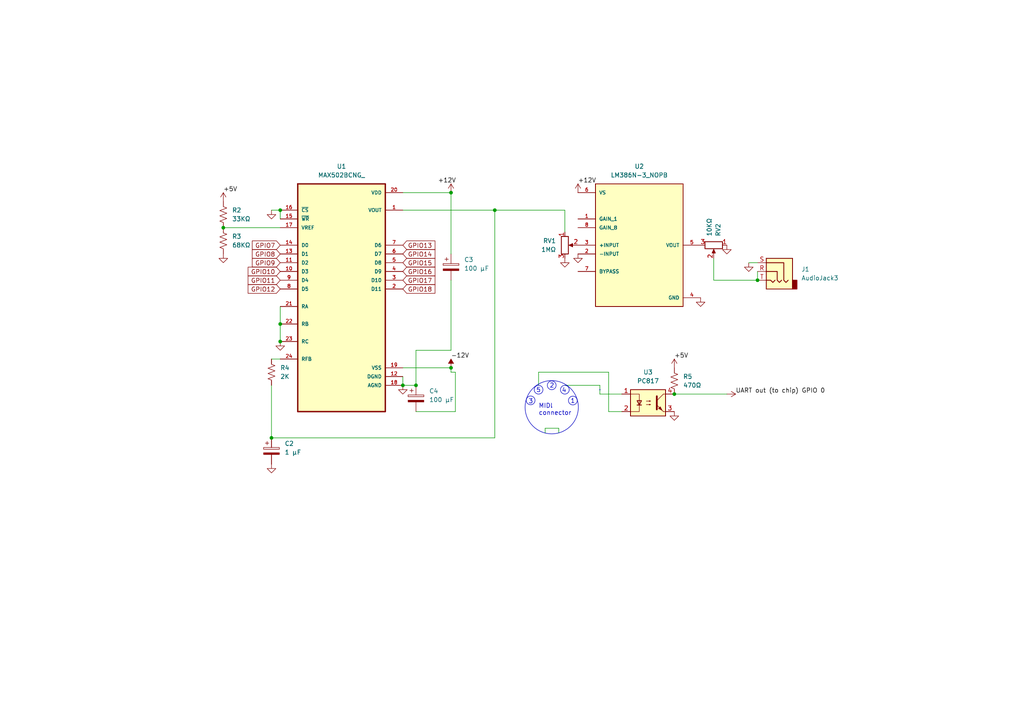
<source format=kicad_sch>
(kicad_sch (version 20230121) (generator eeschema)

  (uuid 61ed5d88-a172-427f-ba86-64d28c1e5063)

  (paper "A4")

  (lib_symbols
    (symbol "Connector_Audio:AudioJack3" (in_bom yes) (on_board yes)
      (property "Reference" "J" (at 0 8.89 0)
        (effects (font (size 1.27 1.27)))
      )
      (property "Value" "AudioJack3" (at 0 6.35 0)
        (effects (font (size 1.27 1.27)))
      )
      (property "Footprint" "" (at 0 0 0)
        (effects (font (size 1.27 1.27)) hide)
      )
      (property "Datasheet" "~" (at 0 0 0)
        (effects (font (size 1.27 1.27)) hide)
      )
      (property "ki_keywords" "audio jack receptacle stereo headphones phones TRS connector" (at 0 0 0)
        (effects (font (size 1.27 1.27)) hide)
      )
      (property "ki_description" "Audio Jack, 3 Poles (Stereo / TRS)" (at 0 0 0)
        (effects (font (size 1.27 1.27)) hide)
      )
      (property "ki_fp_filters" "Jack*" (at 0 0 0)
        (effects (font (size 1.27 1.27)) hide)
      )
      (symbol "AudioJack3_0_1"
        (rectangle (start -5.08 -5.08) (end -6.35 -2.54)
          (stroke (width 0.254) (type default))
          (fill (type outline))
        )
        (polyline
          (pts
            (xy 0 -2.54)
            (xy 0.635 -3.175)
            (xy 1.27 -2.54)
            (xy 2.54 -2.54)
          )
          (stroke (width 0.254) (type default))
          (fill (type none))
        )
        (polyline
          (pts
            (xy -1.905 -2.54)
            (xy -1.27 -3.175)
            (xy -0.635 -2.54)
            (xy -0.635 0)
            (xy 2.54 0)
          )
          (stroke (width 0.254) (type default))
          (fill (type none))
        )
        (polyline
          (pts
            (xy 2.54 2.54)
            (xy -2.54 2.54)
            (xy -2.54 -2.54)
            (xy -3.175 -3.175)
            (xy -3.81 -2.54)
          )
          (stroke (width 0.254) (type default))
          (fill (type none))
        )
        (rectangle (start 2.54 3.81) (end -5.08 -5.08)
          (stroke (width 0.254) (type default))
          (fill (type background))
        )
      )
      (symbol "AudioJack3_1_1"
        (pin passive line (at 5.08 0 180) (length 2.54)
          (name "~" (effects (font (size 1.27 1.27))))
          (number "R" (effects (font (size 1.27 1.27))))
        )
        (pin passive line (at 5.08 2.54 180) (length 2.54)
          (name "~" (effects (font (size 1.27 1.27))))
          (number "S" (effects (font (size 1.27 1.27))))
        )
        (pin passive line (at 5.08 -2.54 180) (length 2.54)
          (name "~" (effects (font (size 1.27 1.27))))
          (number "T" (effects (font (size 1.27 1.27))))
        )
      )
    )
    (symbol "Device:C_Polarized" (pin_numbers hide) (pin_names (offset 0.254)) (in_bom yes) (on_board yes)
      (property "Reference" "C" (at 0.635 2.54 0)
        (effects (font (size 1.27 1.27)) (justify left))
      )
      (property "Value" "C_Polarized" (at 0.635 -2.54 0)
        (effects (font (size 1.27 1.27)) (justify left))
      )
      (property "Footprint" "" (at 0.9652 -3.81 0)
        (effects (font (size 1.27 1.27)) hide)
      )
      (property "Datasheet" "~" (at 0 0 0)
        (effects (font (size 1.27 1.27)) hide)
      )
      (property "ki_keywords" "cap capacitor" (at 0 0 0)
        (effects (font (size 1.27 1.27)) hide)
      )
      (property "ki_description" "Polarized capacitor" (at 0 0 0)
        (effects (font (size 1.27 1.27)) hide)
      )
      (property "ki_fp_filters" "CP_*" (at 0 0 0)
        (effects (font (size 1.27 1.27)) hide)
      )
      (symbol "C_Polarized_0_1"
        (rectangle (start -2.286 0.508) (end 2.286 1.016)
          (stroke (width 0) (type default))
          (fill (type none))
        )
        (polyline
          (pts
            (xy -1.778 2.286)
            (xy -0.762 2.286)
          )
          (stroke (width 0) (type default))
          (fill (type none))
        )
        (polyline
          (pts
            (xy -1.27 2.794)
            (xy -1.27 1.778)
          )
          (stroke (width 0) (type default))
          (fill (type none))
        )
        (rectangle (start 2.286 -0.508) (end -2.286 -1.016)
          (stroke (width 0) (type default))
          (fill (type outline))
        )
      )
      (symbol "C_Polarized_1_1"
        (pin passive line (at 0 3.81 270) (length 2.794)
          (name "~" (effects (font (size 1.27 1.27))))
          (number "1" (effects (font (size 1.27 1.27))))
        )
        (pin passive line (at 0 -3.81 90) (length 2.794)
          (name "~" (effects (font (size 1.27 1.27))))
          (number "2" (effects (font (size 1.27 1.27))))
        )
      )
    )
    (symbol "Device:R_Potentiometer" (pin_names (offset 1.016) hide) (in_bom yes) (on_board yes)
      (property "Reference" "RV" (at -4.445 0 90)
        (effects (font (size 1.27 1.27)))
      )
      (property "Value" "R_Potentiometer" (at -2.54 0 90)
        (effects (font (size 1.27 1.27)))
      )
      (property "Footprint" "" (at 0 0 0)
        (effects (font (size 1.27 1.27)) hide)
      )
      (property "Datasheet" "~" (at 0 0 0)
        (effects (font (size 1.27 1.27)) hide)
      )
      (property "ki_keywords" "resistor variable" (at 0 0 0)
        (effects (font (size 1.27 1.27)) hide)
      )
      (property "ki_description" "Potentiometer" (at 0 0 0)
        (effects (font (size 1.27 1.27)) hide)
      )
      (property "ki_fp_filters" "Potentiometer*" (at 0 0 0)
        (effects (font (size 1.27 1.27)) hide)
      )
      (symbol "R_Potentiometer_0_1"
        (polyline
          (pts
            (xy 2.54 0)
            (xy 1.524 0)
          )
          (stroke (width 0) (type default))
          (fill (type none))
        )
        (polyline
          (pts
            (xy 1.143 0)
            (xy 2.286 0.508)
            (xy 2.286 -0.508)
            (xy 1.143 0)
          )
          (stroke (width 0) (type default))
          (fill (type outline))
        )
        (rectangle (start 1.016 2.54) (end -1.016 -2.54)
          (stroke (width 0.254) (type default))
          (fill (type none))
        )
      )
      (symbol "R_Potentiometer_1_1"
        (pin passive line (at 0 3.81 270) (length 1.27)
          (name "1" (effects (font (size 1.27 1.27))))
          (number "1" (effects (font (size 1.27 1.27))))
        )
        (pin passive line (at 3.81 0 180) (length 1.27)
          (name "2" (effects (font (size 1.27 1.27))))
          (number "2" (effects (font (size 1.27 1.27))))
        )
        (pin passive line (at 0 -3.81 90) (length 1.27)
          (name "3" (effects (font (size 1.27 1.27))))
          (number "3" (effects (font (size 1.27 1.27))))
        )
      )
    )
    (symbol "Device:R_US" (pin_numbers hide) (pin_names (offset 0)) (in_bom yes) (on_board yes)
      (property "Reference" "R" (at 2.54 0 90)
        (effects (font (size 1.27 1.27)))
      )
      (property "Value" "R_US" (at -2.54 0 90)
        (effects (font (size 1.27 1.27)))
      )
      (property "Footprint" "" (at 1.016 -0.254 90)
        (effects (font (size 1.27 1.27)) hide)
      )
      (property "Datasheet" "~" (at 0 0 0)
        (effects (font (size 1.27 1.27)) hide)
      )
      (property "ki_keywords" "R res resistor" (at 0 0 0)
        (effects (font (size 1.27 1.27)) hide)
      )
      (property "ki_description" "Resistor, US symbol" (at 0 0 0)
        (effects (font (size 1.27 1.27)) hide)
      )
      (property "ki_fp_filters" "R_*" (at 0 0 0)
        (effects (font (size 1.27 1.27)) hide)
      )
      (symbol "R_US_0_1"
        (polyline
          (pts
            (xy 0 -2.286)
            (xy 0 -2.54)
          )
          (stroke (width 0) (type default))
          (fill (type none))
        )
        (polyline
          (pts
            (xy 0 2.286)
            (xy 0 2.54)
          )
          (stroke (width 0) (type default))
          (fill (type none))
        )
        (polyline
          (pts
            (xy 0 -0.762)
            (xy 1.016 -1.143)
            (xy 0 -1.524)
            (xy -1.016 -1.905)
            (xy 0 -2.286)
          )
          (stroke (width 0) (type default))
          (fill (type none))
        )
        (polyline
          (pts
            (xy 0 0.762)
            (xy 1.016 0.381)
            (xy 0 0)
            (xy -1.016 -0.381)
            (xy 0 -0.762)
          )
          (stroke (width 0) (type default))
          (fill (type none))
        )
        (polyline
          (pts
            (xy 0 2.286)
            (xy 1.016 1.905)
            (xy 0 1.524)
            (xy -1.016 1.143)
            (xy 0 0.762)
          )
          (stroke (width 0) (type default))
          (fill (type none))
        )
      )
      (symbol "R_US_1_1"
        (pin passive line (at 0 3.81 270) (length 1.27)
          (name "~" (effects (font (size 1.27 1.27))))
          (number "1" (effects (font (size 1.27 1.27))))
        )
        (pin passive line (at 0 -3.81 90) (length 1.27)
          (name "~" (effects (font (size 1.27 1.27))))
          (number "2" (effects (font (size 1.27 1.27))))
        )
      )
    )
    (symbol "Isolator:PC817" (pin_names (offset 1.016)) (in_bom yes) (on_board yes)
      (property "Reference" "U" (at -5.08 5.08 0)
        (effects (font (size 1.27 1.27)) (justify left))
      )
      (property "Value" "PC817" (at 0 5.08 0)
        (effects (font (size 1.27 1.27)) (justify left))
      )
      (property "Footprint" "Package_DIP:DIP-4_W7.62mm" (at -5.08 -5.08 0)
        (effects (font (size 1.27 1.27) italic) (justify left) hide)
      )
      (property "Datasheet" "http://www.soselectronic.cz/a_info/resource/d/pc817.pdf" (at 0 0 0)
        (effects (font (size 1.27 1.27)) (justify left) hide)
      )
      (property "ki_keywords" "NPN DC Optocoupler" (at 0 0 0)
        (effects (font (size 1.27 1.27)) hide)
      )
      (property "ki_description" "DC Optocoupler, Vce 35V, CTR 50-300%, DIP-4" (at 0 0 0)
        (effects (font (size 1.27 1.27)) hide)
      )
      (property "ki_fp_filters" "DIP*W7.62mm*" (at 0 0 0)
        (effects (font (size 1.27 1.27)) hide)
      )
      (symbol "PC817_0_1"
        (rectangle (start -5.08 3.81) (end 5.08 -3.81)
          (stroke (width 0.254) (type default))
          (fill (type background))
        )
        (polyline
          (pts
            (xy -3.175 -0.635)
            (xy -1.905 -0.635)
          )
          (stroke (width 0.254) (type default))
          (fill (type none))
        )
        (polyline
          (pts
            (xy 2.54 0.635)
            (xy 4.445 2.54)
          )
          (stroke (width 0) (type default))
          (fill (type none))
        )
        (polyline
          (pts
            (xy 4.445 -2.54)
            (xy 2.54 -0.635)
          )
          (stroke (width 0) (type default))
          (fill (type outline))
        )
        (polyline
          (pts
            (xy 4.445 -2.54)
            (xy 5.08 -2.54)
          )
          (stroke (width 0) (type default))
          (fill (type none))
        )
        (polyline
          (pts
            (xy 4.445 2.54)
            (xy 5.08 2.54)
          )
          (stroke (width 0) (type default))
          (fill (type none))
        )
        (polyline
          (pts
            (xy -5.08 2.54)
            (xy -2.54 2.54)
            (xy -2.54 -0.635)
          )
          (stroke (width 0) (type default))
          (fill (type none))
        )
        (polyline
          (pts
            (xy -2.54 -0.635)
            (xy -2.54 -2.54)
            (xy -5.08 -2.54)
          )
          (stroke (width 0) (type default))
          (fill (type none))
        )
        (polyline
          (pts
            (xy 2.54 1.905)
            (xy 2.54 -1.905)
            (xy 2.54 -1.905)
          )
          (stroke (width 0.508) (type default))
          (fill (type none))
        )
        (polyline
          (pts
            (xy -2.54 -0.635)
            (xy -3.175 0.635)
            (xy -1.905 0.635)
            (xy -2.54 -0.635)
          )
          (stroke (width 0.254) (type default))
          (fill (type none))
        )
        (polyline
          (pts
            (xy -0.508 -0.508)
            (xy 0.762 -0.508)
            (xy 0.381 -0.635)
            (xy 0.381 -0.381)
            (xy 0.762 -0.508)
          )
          (stroke (width 0) (type default))
          (fill (type none))
        )
        (polyline
          (pts
            (xy -0.508 0.508)
            (xy 0.762 0.508)
            (xy 0.381 0.381)
            (xy 0.381 0.635)
            (xy 0.762 0.508)
          )
          (stroke (width 0) (type default))
          (fill (type none))
        )
        (polyline
          (pts
            (xy 3.048 -1.651)
            (xy 3.556 -1.143)
            (xy 4.064 -2.159)
            (xy 3.048 -1.651)
            (xy 3.048 -1.651)
          )
          (stroke (width 0) (type default))
          (fill (type outline))
        )
      )
      (symbol "PC817_1_1"
        (pin passive line (at -7.62 2.54 0) (length 2.54)
          (name "~" (effects (font (size 1.27 1.27))))
          (number "1" (effects (font (size 1.27 1.27))))
        )
        (pin passive line (at -7.62 -2.54 0) (length 2.54)
          (name "~" (effects (font (size 1.27 1.27))))
          (number "2" (effects (font (size 1.27 1.27))))
        )
        (pin passive line (at 7.62 -2.54 180) (length 2.54)
          (name "~" (effects (font (size 1.27 1.27))))
          (number "3" (effects (font (size 1.27 1.27))))
        )
        (pin passive line (at 7.62 2.54 180) (length 2.54)
          (name "~" (effects (font (size 1.27 1.27))))
          (number "4" (effects (font (size 1.27 1.27))))
        )
      )
    )
    (symbol "LM386N-3_NOPB:LM386N-3_NOPB" (pin_names (offset 1.016)) (in_bom yes) (on_board yes)
      (property "Reference" "U" (at -12.7 19.05 0)
        (effects (font (size 1.27 1.27)) (justify left bottom))
      )
      (property "Value" "LM386N-3_NOPB" (at -12.7 -19.05 0)
        (effects (font (size 1.27 1.27)) (justify left bottom))
      )
      (property "Footprint" "DIP794W45P254L959H508Q8" (at 0 0 0)
        (effects (font (size 1.27 1.27)) (justify left bottom) hide)
      )
      (property "Datasheet" "" (at 0 0 0)
        (effects (font (size 1.27 1.27)) (justify left bottom) hide)
      )
      (property "MF" "Texas Instruments" (at 0 0 0)
        (effects (font (size 1.27 1.27)) (justify left bottom) hide)
      )
      (property "MAXIMUM_PACKAGE_HEIGHT" "5.08mm" (at 0 0 0)
        (effects (font (size 1.27 1.27)) (justify left bottom) hide)
      )
      (property "Package" "PDIP-8 Texas" (at 0 0 0)
        (effects (font (size 1.27 1.27)) (justify left bottom) hide)
      )
      (property "Price" "None" (at 0 0 0)
        (effects (font (size 1.27 1.27)) (justify left bottom) hide)
      )
      (property "Check_prices" "https://www.snapeda.com/parts/LM386N-3/Texas+Instruments/view-part/?ref=eda" (at 0 0 0)
        (effects (font (size 1.27 1.27)) (justify left bottom) hide)
      )
      (property "STANDARD" "IPC-7351B" (at 0 0 0)
        (effects (font (size 1.27 1.27)) (justify left bottom) hide)
      )
      (property "PARTREV" "4040082/E 04/2010" (at 0 0 0)
        (effects (font (size 1.27 1.27)) (justify left bottom) hide)
      )
      (property "SnapEDA_Link" "https://www.snapeda.com/parts/LM386N-3/Texas+Instruments/view-part/?ref=snap" (at 0 0 0)
        (effects (font (size 1.27 1.27)) (justify left bottom) hide)
      )
      (property "MP" "LM386N-3" (at 0 0 0)
        (effects (font (size 1.27 1.27)) (justify left bottom) hide)
      )
      (property "Purchase-URL" "https://www.snapeda.com/api/url_track_click_mouser/?unipart_id=41701&manufacturer=Texas Instruments&part_name=LM386N-3&search_term=lm386n-3" (at 0 0 0)
        (effects (font (size 1.27 1.27)) (justify left bottom) hide)
      )
      (property "Description" "\\nWide Input Voltage Low Power Audio Amplifier with Internal Gain\\n" (at 0 0 0)
        (effects (font (size 1.27 1.27)) (justify left bottom) hide)
      )
      (property "Availability" "In Stock" (at 0 0 0)
        (effects (font (size 1.27 1.27)) (justify left bottom) hide)
      )
      (property "MANUFACTURER" "Texas Instruments" (at 0 0 0)
        (effects (font (size 1.27 1.27)) (justify left bottom) hide)
      )
      (property "ki_locked" "" (at 0 0 0)
        (effects (font (size 1.27 1.27)))
      )
      (symbol "LM386N-3_NOPB_0_0"
        (rectangle (start -12.7 -17.78) (end 12.7 17.78)
          (stroke (width 0.254) (type solid))
          (fill (type background))
        )
        (pin input line (at -17.78 7.62 0) (length 5.08)
          (name "GAIN_1" (effects (font (size 1.016 1.016))))
          (number "1" (effects (font (size 1.016 1.016))))
        )
        (pin input line (at -17.78 -2.54 0) (length 5.08)
          (name "-INPUT" (effects (font (size 1.016 1.016))))
          (number "2" (effects (font (size 1.016 1.016))))
        )
        (pin input line (at -17.78 0 0) (length 5.08)
          (name "+INPUT" (effects (font (size 1.016 1.016))))
          (number "3" (effects (font (size 1.016 1.016))))
        )
        (pin power_in line (at 17.78 -15.24 180) (length 5.08)
          (name "GND" (effects (font (size 1.016 1.016))))
          (number "4" (effects (font (size 1.016 1.016))))
        )
        (pin output line (at 17.78 0 180) (length 5.08)
          (name "VOUT" (effects (font (size 1.016 1.016))))
          (number "5" (effects (font (size 1.016 1.016))))
        )
        (pin power_in line (at -17.78 15.24 0) (length 5.08)
          (name "VS" (effects (font (size 1.016 1.016))))
          (number "6" (effects (font (size 1.016 1.016))))
        )
        (pin input line (at -17.78 -7.62 0) (length 5.08)
          (name "BYPASS" (effects (font (size 1.016 1.016))))
          (number "7" (effects (font (size 1.016 1.016))))
        )
        (pin input line (at -17.78 5.08 0) (length 5.08)
          (name "GAIN_8" (effects (font (size 1.016 1.016))))
          (number "8" (effects (font (size 1.016 1.016))))
        )
      )
    )
    (symbol "MAX502BCNG_:MAX502BCNG_" (pin_names (offset 1.016)) (in_bom yes) (on_board yes)
      (property "Reference" "U" (at -12.7 34.02 0)
        (effects (font (size 1.27 1.27)) (justify left bottom))
      )
      (property "Value" "MAX502BCNG_" (at -12.7 -37.02 0)
        (effects (font (size 1.27 1.27)) (justify left bottom))
      )
      (property "Footprint" "MAX502BCNG_:DIP794W47P254L3213H457Q24" (at 0 0 0)
        (effects (font (size 1.27 1.27)) (justify bottom) hide)
      )
      (property "Datasheet" "" (at 0 0 0)
        (effects (font (size 1.27 1.27)) hide)
      )
      (property "MF" "Analog Devices" (at 0 0 0)
        (effects (font (size 1.27 1.27)) (justify bottom) hide)
      )
      (property "Description" "\n12 Bit Digital to Analog Converter 1 24-PDIP\n" (at 0 0 0)
        (effects (font (size 1.27 1.27)) (justify bottom) hide)
      )
      (property "Package" "PDIP-24 Maxim" (at 0 0 0)
        (effects (font (size 1.27 1.27)) (justify bottom) hide)
      )
      (property "Price" "None" (at 0 0 0)
        (effects (font (size 1.27 1.27)) (justify bottom) hide)
      )
      (property "SnapEDA_Link" "https://www.snapeda.com/parts/MAX502BCNG+/Analog+Devices/view-part/?ref=snap" (at 0 0 0)
        (effects (font (size 1.27 1.27)) (justify bottom) hide)
      )
      (property "MP" "MAX502BCNG+" (at 0 0 0)
        (effects (font (size 1.27 1.27)) (justify bottom) hide)
      )
      (property "Purchase-URL" "https://www.snapeda.com/api/url_track_click_mouser/?unipart_id=1176274&manufacturer=Analog Devices&part_name=MAX502BCNG+&search_term=max502bcng" (at 0 0 0)
        (effects (font (size 1.27 1.27)) (justify bottom) hide)
      )
      (property "Availability" "In Stock" (at 0 0 0)
        (effects (font (size 1.27 1.27)) (justify bottom) hide)
      )
      (property "Check_prices" "https://www.snapeda.com/parts/MAX502BCNG+/Analog+Devices/view-part/?ref=eda" (at 0 0 0)
        (effects (font (size 1.27 1.27)) (justify bottom) hide)
      )
      (symbol "MAX502BCNG__0_0"
        (rectangle (start -12.7 -33.02) (end 12.7 33.02)
          (stroke (width 0.41) (type default))
          (fill (type background))
        )
        (pin output line (at 17.78 25.4 180) (length 5.08)
          (name "VOUT" (effects (font (size 1.016 1.016))))
          (number "1" (effects (font (size 1.016 1.016))))
        )
        (pin bidirectional line (at -17.78 7.62 0) (length 5.08)
          (name "D3" (effects (font (size 1.016 1.016))))
          (number "10" (effects (font (size 1.016 1.016))))
        )
        (pin bidirectional line (at -17.78 10.16 0) (length 5.08)
          (name "D2" (effects (font (size 1.016 1.016))))
          (number "11" (effects (font (size 1.016 1.016))))
        )
        (pin power_in line (at 17.78 -22.86 180) (length 5.08)
          (name "DGND" (effects (font (size 1.016 1.016))))
          (number "12" (effects (font (size 1.016 1.016))))
        )
        (pin bidirectional line (at -17.78 12.7 0) (length 5.08)
          (name "D1" (effects (font (size 1.016 1.016))))
          (number "13" (effects (font (size 1.016 1.016))))
        )
        (pin bidirectional line (at -17.78 15.24 0) (length 5.08)
          (name "D0" (effects (font (size 1.016 1.016))))
          (number "14" (effects (font (size 1.016 1.016))))
        )
        (pin input line (at -17.78 22.86 0) (length 5.08)
          (name "~{WR}" (effects (font (size 1.016 1.016))))
          (number "15" (effects (font (size 1.016 1.016))))
        )
        (pin input line (at -17.78 25.4 0) (length 5.08)
          (name "~{CS}" (effects (font (size 1.016 1.016))))
          (number "16" (effects (font (size 1.016 1.016))))
        )
        (pin input line (at -17.78 20.32 0) (length 5.08)
          (name "VREF" (effects (font (size 1.016 1.016))))
          (number "17" (effects (font (size 1.016 1.016))))
        )
        (pin power_in line (at 17.78 -25.4 180) (length 5.08)
          (name "AGND" (effects (font (size 1.016 1.016))))
          (number "18" (effects (font (size 1.016 1.016))))
        )
        (pin power_in line (at 17.78 -20.32 180) (length 5.08)
          (name "VSS" (effects (font (size 1.016 1.016))))
          (number "19" (effects (font (size 1.016 1.016))))
        )
        (pin bidirectional line (at 17.78 2.54 180) (length 5.08)
          (name "D11" (effects (font (size 1.016 1.016))))
          (number "2" (effects (font (size 1.016 1.016))))
        )
        (pin power_in line (at 17.78 30.48 180) (length 5.08)
          (name "VDD" (effects (font (size 1.016 1.016))))
          (number "20" (effects (font (size 1.016 1.016))))
        )
        (pin bidirectional line (at -17.78 -2.54 0) (length 5.08)
          (name "RA" (effects (font (size 1.016 1.016))))
          (number "21" (effects (font (size 1.016 1.016))))
        )
        (pin bidirectional line (at -17.78 -7.62 0) (length 5.08)
          (name "RB" (effects (font (size 1.016 1.016))))
          (number "22" (effects (font (size 1.016 1.016))))
        )
        (pin bidirectional line (at -17.78 -12.7 0) (length 5.08)
          (name "RC" (effects (font (size 1.016 1.016))))
          (number "23" (effects (font (size 1.016 1.016))))
        )
        (pin bidirectional line (at -17.78 -17.78 0) (length 5.08)
          (name "RFB" (effects (font (size 1.016 1.016))))
          (number "24" (effects (font (size 1.016 1.016))))
        )
        (pin bidirectional line (at 17.78 5.08 180) (length 5.08)
          (name "D10" (effects (font (size 1.016 1.016))))
          (number "3" (effects (font (size 1.016 1.016))))
        )
        (pin bidirectional line (at 17.78 7.62 180) (length 5.08)
          (name "D9" (effects (font (size 1.016 1.016))))
          (number "4" (effects (font (size 1.016 1.016))))
        )
        (pin bidirectional line (at 17.78 10.16 180) (length 5.08)
          (name "D8" (effects (font (size 1.016 1.016))))
          (number "5" (effects (font (size 1.016 1.016))))
        )
        (pin bidirectional line (at 17.78 12.7 180) (length 5.08)
          (name "D7" (effects (font (size 1.016 1.016))))
          (number "6" (effects (font (size 1.016 1.016))))
        )
        (pin bidirectional line (at 17.78 15.24 180) (length 5.08)
          (name "D6" (effects (font (size 1.016 1.016))))
          (number "7" (effects (font (size 1.016 1.016))))
        )
        (pin bidirectional line (at -17.78 2.54 0) (length 5.08)
          (name "D5" (effects (font (size 1.016 1.016))))
          (number "8" (effects (font (size 1.016 1.016))))
        )
        (pin bidirectional line (at -17.78 5.08 0) (length 5.08)
          (name "D4" (effects (font (size 1.016 1.016))))
          (number "9" (effects (font (size 1.016 1.016))))
        )
      )
    )
    (symbol "power:GND" (power) (pin_names (offset 0)) (in_bom yes) (on_board yes)
      (property "Reference" "#PWR" (at 0 -6.35 0)
        (effects (font (size 1.27 1.27)) hide)
      )
      (property "Value" "GND" (at 0 -3.81 0)
        (effects (font (size 1.27 1.27)))
      )
      (property "Footprint" "" (at 0 0 0)
        (effects (font (size 1.27 1.27)) hide)
      )
      (property "Datasheet" "" (at 0 0 0)
        (effects (font (size 1.27 1.27)) hide)
      )
      (property "ki_keywords" "global power" (at 0 0 0)
        (effects (font (size 1.27 1.27)) hide)
      )
      (property "ki_description" "Power symbol creates a global label with name \"GND\" , ground" (at 0 0 0)
        (effects (font (size 1.27 1.27)) hide)
      )
      (symbol "GND_0_1"
        (polyline
          (pts
            (xy 0 0)
            (xy 0 -1.27)
            (xy 1.27 -1.27)
            (xy 0 -2.54)
            (xy -1.27 -1.27)
            (xy 0 -1.27)
          )
          (stroke (width 0) (type default))
          (fill (type none))
        )
      )
      (symbol "GND_1_1"
        (pin power_in line (at 0 0 270) (length 0) hide
          (name "GND" (effects (font (size 1.27 1.27))))
          (number "1" (effects (font (size 1.27 1.27))))
        )
      )
    )
    (symbol "power:VDD" (power) (pin_names (offset 0)) (in_bom yes) (on_board yes)
      (property "Reference" "#PWR" (at 0 -3.81 0)
        (effects (font (size 1.27 1.27)) hide)
      )
      (property "Value" "VDD" (at 0 3.81 0)
        (effects (font (size 1.27 1.27)))
      )
      (property "Footprint" "" (at 0 0 0)
        (effects (font (size 1.27 1.27)) hide)
      )
      (property "Datasheet" "" (at 0 0 0)
        (effects (font (size 1.27 1.27)) hide)
      )
      (property "ki_keywords" "global power" (at 0 0 0)
        (effects (font (size 1.27 1.27)) hide)
      )
      (property "ki_description" "Power symbol creates a global label with name \"VDD\"" (at 0 0 0)
        (effects (font (size 1.27 1.27)) hide)
      )
      (symbol "VDD_0_1"
        (polyline
          (pts
            (xy -0.762 1.27)
            (xy 0 2.54)
          )
          (stroke (width 0) (type default))
          (fill (type none))
        )
        (polyline
          (pts
            (xy 0 0)
            (xy 0 2.54)
          )
          (stroke (width 0) (type default))
          (fill (type none))
        )
        (polyline
          (pts
            (xy 0 2.54)
            (xy 0.762 1.27)
          )
          (stroke (width 0) (type default))
          (fill (type none))
        )
      )
      (symbol "VDD_1_1"
        (pin power_in line (at 0 0 90) (length 0) hide
          (name "VDD" (effects (font (size 1.27 1.27))))
          (number "1" (effects (font (size 1.27 1.27))))
        )
      )
    )
    (symbol "power:VSS" (power) (pin_names (offset 0)) (in_bom yes) (on_board yes)
      (property "Reference" "#PWR" (at 0 -3.81 0)
        (effects (font (size 1.27 1.27)) hide)
      )
      (property "Value" "VSS" (at 0 3.81 0)
        (effects (font (size 1.27 1.27)))
      )
      (property "Footprint" "" (at 0 0 0)
        (effects (font (size 1.27 1.27)) hide)
      )
      (property "Datasheet" "" (at 0 0 0)
        (effects (font (size 1.27 1.27)) hide)
      )
      (property "ki_keywords" "global power" (at 0 0 0)
        (effects (font (size 1.27 1.27)) hide)
      )
      (property "ki_description" "Power symbol creates a global label with name \"VSS\"" (at 0 0 0)
        (effects (font (size 1.27 1.27)) hide)
      )
      (symbol "VSS_0_1"
        (polyline
          (pts
            (xy 0 0)
            (xy 0 2.54)
          )
          (stroke (width 0) (type default))
          (fill (type none))
        )
        (polyline
          (pts
            (xy 0.762 1.27)
            (xy -0.762 1.27)
            (xy 0 2.54)
            (xy 0.762 1.27)
          )
          (stroke (width 0) (type default))
          (fill (type outline))
        )
      )
      (symbol "VSS_1_1"
        (pin power_in line (at 0 0 90) (length 0) hide
          (name "VSS" (effects (font (size 1.27 1.27))))
          (number "1" (effects (font (size 1.27 1.27))))
        )
      )
    )
  )

  (junction (at 130.81 55.88) (diameter 0) (color 0 0 0 0)
    (uuid 012380bc-72fa-498a-8a52-471eab64cc76)
  )
  (junction (at 78.74 127) (diameter 0) (color 0 0 0 0)
    (uuid 0a375bf4-d259-4045-a354-ff59340258f7)
  )
  (junction (at 143.51 60.96) (diameter 0) (color 0 0 0 0)
    (uuid 1e7e0b44-f833-497e-975e-813bf153f493)
  )
  (junction (at 219.71 81.28) (diameter 0) (color 0 0 0 0)
    (uuid 3347a08f-b0f4-488f-acea-40f20e459c0d)
  )
  (junction (at 116.84 111.76) (diameter 0) (color 0 0 0 0)
    (uuid 5a7ff49e-79b0-41a0-9047-f7ba747b3f0d)
  )
  (junction (at 81.28 60.96) (diameter 0) (color 0 0 0 0)
    (uuid 7c5684f5-cffe-4b16-8fb8-d9d8826dd220)
  )
  (junction (at 120.65 111.76) (diameter 0) (color 0 0 0 0)
    (uuid 7e674931-d015-420a-bae9-1405ab446535)
  )
  (junction (at 130.81 106.68) (diameter 0) (color 0 0 0 0)
    (uuid 7f75a558-1e67-434b-9a7e-6a91c451aaec)
  )
  (junction (at 64.77 66.04) (diameter 0) (color 0 0 0 0)
    (uuid ab2eebbe-74f9-43fb-837e-897b0ad47a49)
  )
  (junction (at 81.28 93.98) (diameter 0) (color 0 0 0 0)
    (uuid b18cf3e9-ba50-4792-8973-11eeae42e2ce)
  )
  (junction (at 81.28 99.06) (diameter 0) (color 0 0 0 0)
    (uuid bae46fa5-9560-49e6-b87a-ebed735aa101)
  )
  (junction (at 195.58 114.3) (diameter 0) (color 0 0 0 0)
    (uuid f9342d1f-4c42-4d12-8d0e-65f21604a6b8)
  )

  (wire (pts (xy 143.51 60.96) (xy 143.51 127))
    (stroke (width 0) (type default))
    (uuid 04e4fa9d-816c-4d98-814f-68bddb808a06)
  )
  (wire (pts (xy 132.08 107.95) (xy 130.81 107.95))
    (stroke (width 0) (type default))
    (uuid 1827ea6f-449f-43ce-8df8-3c71a6088fe7)
  )
  (wire (pts (xy 120.65 101.6) (xy 120.65 111.76))
    (stroke (width 0) (type default))
    (uuid 1c07ec00-b8df-41ee-9a32-5a6145bc8f1c)
  )
  (wire (pts (xy 116.84 60.96) (xy 143.51 60.96))
    (stroke (width 0) (type default))
    (uuid 1ee52eb3-98df-4d75-b9f3-f6faf2b20f83)
  )
  (wire (pts (xy 81.28 88.9) (xy 81.28 93.98))
    (stroke (width 0) (type default))
    (uuid 255138cd-5fdd-4ab5-b220-0214e13e1765)
  )
  (wire (pts (xy 207.01 81.28) (xy 219.71 81.28))
    (stroke (width 0) (type default))
    (uuid 318c9eb9-8451-4682-9d18-c3d0845987f1)
  )
  (wire (pts (xy 130.81 107.95) (xy 130.81 106.68))
    (stroke (width 0) (type default))
    (uuid 373227d6-d901-431a-8cd9-ab2f8993b23f)
  )
  (wire (pts (xy 78.74 60.96) (xy 81.28 60.96))
    (stroke (width 0) (type default))
    (uuid 38fe341e-dd41-403b-a23f-1c9948838600)
  )
  (wire (pts (xy 158.1155 124.2012) (xy 162.0661 124.2012))
    (stroke (width 0) (type default))
    (uuid 45a92113-79fa-4520-976b-f6172e52cbcf)
  )
  (wire (pts (xy 163.83 111.76) (xy 173.99 111.76))
    (stroke (width 0) (type default))
    (uuid 4d110832-e590-413a-a0c3-5fe9e2619efb)
  )
  (wire (pts (xy 219.71 78.74) (xy 219.71 81.28))
    (stroke (width 0) (type default))
    (uuid 5acff93c-3d6e-45d0-b544-c6471aeb2b82)
  )
  (wire (pts (xy 120.65 119.38) (xy 132.08 119.38))
    (stroke (width 0) (type default))
    (uuid 656b52b0-dc5d-468a-838e-57e8c4a20bd0)
  )
  (wire (pts (xy 78.74 104.14) (xy 81.28 104.14))
    (stroke (width 0) (type default))
    (uuid 66ad5aba-b067-467b-adec-a3b0d536ae69)
  )
  (wire (pts (xy 130.81 106.68) (xy 116.84 106.68))
    (stroke (width 0) (type default))
    (uuid 724999d7-9da1-45cd-ad31-7777fc40203c)
  )
  (wire (pts (xy 81.28 60.96) (xy 81.28 63.5))
    (stroke (width 0) (type default))
    (uuid 72eaf29a-abd3-4357-9188-c2ad1141a628)
  )
  (wire (pts (xy 132.08 119.38) (xy 132.08 107.95))
    (stroke (width 0) (type default))
    (uuid 887c6033-b517-442f-a885-643682153ad8)
  )
  (wire (pts (xy 78.74 111.76) (xy 78.74 127))
    (stroke (width 0) (type default))
    (uuid 9392a5b6-5643-463a-a573-257255bc58c8)
  )
  (wire (pts (xy 130.81 101.6) (xy 120.65 101.6))
    (stroke (width 0) (type default))
    (uuid 985c10b3-2681-4294-b91b-d5d8b4b5f0a4)
  )
  (wire (pts (xy 116.84 55.88) (xy 130.81 55.88))
    (stroke (width 0) (type default))
    (uuid 99a4b6f5-6e93-4797-8c57-7e3e964717a2)
  )
  (wire (pts (xy 180.34 119.38) (xy 176.53 119.38))
    (stroke (width 0) (type default))
    (uuid 9ad76692-ebbd-4973-a572-e112e7ac765c)
  )
  (wire (pts (xy 156.21 107.95) (xy 156.21 111.76))
    (stroke (width 0) (type default))
    (uuid a0242260-4117-48be-b592-ebe8e6401626)
  )
  (wire (pts (xy 78.74 127) (xy 143.51 127))
    (stroke (width 0) (type default))
    (uuid ac65a9b7-f9be-484d-99aa-829a011c94a2)
  )
  (wire (pts (xy 163.83 60.96) (xy 143.51 60.96))
    (stroke (width 0) (type default))
    (uuid ad3e1956-a339-47c3-b062-f4d57534b0f0)
  )
  (wire (pts (xy 116.84 109.22) (xy 116.84 111.76))
    (stroke (width 0) (type default))
    (uuid b7c5d795-b31e-4d1d-808a-1e8e065e43f9)
  )
  (wire (pts (xy 176.53 107.95) (xy 156.21 107.95))
    (stroke (width 0) (type default))
    (uuid bc3f0d64-cc05-419b-8330-1f75a7285f71)
  )
  (wire (pts (xy 195.58 114.3) (xy 210.82 114.3))
    (stroke (width 0) (type default))
    (uuid bd43a0ab-2b41-4441-b321-199d3c7960b6)
  )
  (wire (pts (xy 130.81 81.28) (xy 130.81 101.6))
    (stroke (width 0) (type default))
    (uuid c01b5f5e-db51-45b0-a9ac-95d174ca0f2a)
  )
  (wire (pts (xy 217.17 76.2) (xy 219.71 76.2))
    (stroke (width 0) (type default))
    (uuid c6cb87c0-4601-4856-857a-4e4a3a330a30)
  )
  (wire (pts (xy 116.84 111.76) (xy 120.65 111.76))
    (stroke (width 0) (type default))
    (uuid d7188982-a23c-4621-9a71-6c364f24cb45)
  )
  (wire (pts (xy 173.99 114.3) (xy 180.34 114.3))
    (stroke (width 0) (type default))
    (uuid d9452438-e2a2-49ec-911a-25fcc32e0c44)
  )
  (wire (pts (xy 130.81 73.66) (xy 130.81 55.88))
    (stroke (width 0) (type default))
    (uuid e10b7f9f-82b1-4535-9609-6d51ad4a6c1d)
  )
  (wire (pts (xy 81.28 93.98) (xy 81.28 99.06))
    (stroke (width 0) (type default))
    (uuid e5be45c7-1b78-4784-aec0-b3a3f62b4afe)
  )
  (wire (pts (xy 176.53 119.38) (xy 176.53 107.95))
    (stroke (width 0) (type default))
    (uuid e856b6fe-3db4-4ed1-a0da-83cb1c39ecc4)
  )
  (wire (pts (xy 207.01 74.93) (xy 207.01 81.28))
    (stroke (width 0) (type default))
    (uuid e8a900e9-04e5-4b96-b6f7-7a8823202cfb)
  )
  (wire (pts (xy 158.1155 125.5754) (xy 158.1155 124.2012))
    (stroke (width 0) (type default))
    (uuid f572eae0-437b-44b8-afca-27bdd00d45bc)
  )
  (wire (pts (xy 163.83 67.31) (xy 163.83 60.96))
    (stroke (width 0) (type default))
    (uuid f65c4f87-eeea-4c6e-ac9e-2fb63da38729)
  )
  (wire (pts (xy 173.99 111.76) (xy 173.99 114.3))
    (stroke (width 0) (type default))
    (uuid f70b07a4-2edc-4a82-8a3a-d3f369a45728)
  )
  (wire (pts (xy 64.77 66.04) (xy 81.28 66.04))
    (stroke (width 0) (type default))
    (uuid fb3cecab-1dea-489c-b6eb-b98c65423d97)
  )
  (wire (pts (xy 162.0661 124.2012) (xy 162.0661 125.5324))
    (stroke (width 0) (type default))
    (uuid fee7e54b-d20d-46e3-834a-42482e8edcae)
  )

  (circle (center 153.9072 116.1282) (radius 1.27)
    (stroke (width 0) (type default))
    (fill (type none))
    (uuid 0dc8a542-d696-45f0-bb42-b9ed3a6e9f96)
  )
  (circle (center 160.02 118.11) (radius 0.0001)
    (stroke (width 0) (type default))
    (fill (type none))
    (uuid 521d7c06-ebc4-4ca4-a4a9-32d8b8eafeea)
  )
  (circle (center 173.99 113.03) (radius 0.0001)
    (stroke (width 0) (type default))
    (fill (type none))
    (uuid 5ecc4838-b925-4f29-94c9-413fc524a8e6)
  )
  (circle (center 160.02 111.76) (radius 1.27)
    (stroke (width 0) (type default))
    (fill (type none))
    (uuid b333a5c4-be13-4d42-8154-fff165800238)
  )
  (circle (center 166.1456 116.1711) (radius 1.27)
    (stroke (width 0) (type default))
    (fill (type none))
    (uuid b7d90333-3711-46f3-b698-78c68485ab5e)
  )
  (circle (center 160.02 118.11) (radius 7.7251)
    (stroke (width 0) (type default))
    (fill (type none))
    (uuid d0a454e1-e10d-455c-9923-3468f4d14740)
  )
  (circle (center 163.83 113.03) (radius 1.27)
    (stroke (width 0) (type default))
    (fill (type none))
    (uuid f4128309-934a-45e6-9ecb-0721466e70e1)
  )
  (circle (center 156.21 113.03) (radius 1.27)
    (stroke (width 0) (type default))
    (fill (type none))
    (uuid f80b9d14-72e2-4196-9f9e-7d196a5fccbb)
  )

  (text "2" (at 159.3873 112.7276 0)
    (effects (font (size 1.27 1.27)) (justify left bottom))
    (uuid 43fe0305-d734-4905-b5e8-ea1d8a2733c4)
  )
  (text "1" (at 165.4349 117.1935 0)
    (effects (font (size 1.27 1.27)) (justify left bottom))
    (uuid 4b7ae7ba-766e-4f73-80b1-c1cc68f77044)
  )
  (text "5" (at 155.4796 114.0301 0)
    (effects (font (size 1.27 1.27)) (justify left bottom))
    (uuid af3e8956-67d3-4069-86b4-ec26712ef101)
  )
  (text "4" (at 162.9228 114.1232 0)
    (effects (font (size 1.27 1.27)) (justify left bottom))
    (uuid cc66c788-dc9c-4c8e-a64a-23e7f2e6ae00)
  )
  (text "3" (at 153.2466 117.2865 0)
    (effects (font (size 1.27 1.27)) (justify left bottom))
    (uuid d20ff2bc-9408-424a-a3de-43fd9ba0b5b4)
  )
  (text "MIDI\nconnector" (at 156.21 120.65 0)
    (effects (font (size 1.27 1.27)) (justify left bottom))
    (uuid f7e04b25-37e3-4b49-bb71-01d5d909f6a6)
  )

  (label "+5V" (at 195.58 104.14 0) (fields_autoplaced)
    (effects (font (size 1.27 1.27)) (justify left bottom))
    (uuid 09707a88-0d61-45ef-a2c6-4d9124a38061)
  )
  (label "+12V" (at 127 53.34 0) (fields_autoplaced)
    (effects (font (size 1.27 1.27)) (justify left bottom))
    (uuid 17d43f91-6bd5-4365-81ba-d832345fccd4)
  )
  (label "+5V" (at 64.77 55.88 0) (fields_autoplaced)
    (effects (font (size 1.27 1.27)) (justify left bottom))
    (uuid 48d24867-a44e-4fb2-a6b5-553fb632ad1a)
  )
  (label "UART out (to chip) GPIO 0" (at 213.36 114.3 0) (fields_autoplaced)
    (effects (font (size 1.27 1.27)) (justify left bottom))
    (uuid 6a3065d9-293f-4b5d-aa28-761cbfb3252d)
  )
  (label "+12V" (at 167.64 53.34 0) (fields_autoplaced)
    (effects (font (size 1.27 1.27)) (justify left bottom))
    (uuid 6d76cbd8-2ce9-449b-8cf8-3a0f668bd6d8)
  )
  (label "-12V" (at 130.81 104.14 0) (fields_autoplaced)
    (effects (font (size 1.27 1.27)) (justify left bottom))
    (uuid cd1e87e3-3757-454d-a0e9-972e035813dc)
  )

  (global_label "GPIO12" (shape input) (at 81.28 83.82 180) (fields_autoplaced)
    (effects (font (size 1.27 1.27)) (justify right))
    (uuid 23b34b9a-fa76-4c58-b24e-67c6e9b18cc2)
    (property "Intersheetrefs" "${INTERSHEET_REFS}" (at 71.4005 83.82 0)
      (effects (font (size 1.27 1.27)) (justify right) hide)
    )
  )
  (global_label "GPIO15" (shape input) (at 116.84 76.2 0) (fields_autoplaced)
    (effects (font (size 1.27 1.27)) (justify left))
    (uuid 4029f918-8146-477b-9b51-dbb357f11598)
    (property "Intersheetrefs" "${INTERSHEET_REFS}" (at 126.7195 76.2 0)
      (effects (font (size 1.27 1.27)) (justify left) hide)
    )
  )
  (global_label "GPIO16" (shape input) (at 116.84 78.74 0) (fields_autoplaced)
    (effects (font (size 1.27 1.27)) (justify left))
    (uuid 6975090e-bbf2-406a-b4d2-28a8815f1f1c)
    (property "Intersheetrefs" "${INTERSHEET_REFS}" (at 126.7195 78.74 0)
      (effects (font (size 1.27 1.27)) (justify left) hide)
    )
  )
  (global_label "GPIO9" (shape input) (at 81.28 76.2 180) (fields_autoplaced)
    (effects (font (size 1.27 1.27)) (justify right))
    (uuid 70e868d3-69c5-4baf-9c14-5ee49bd50520)
    (property "Intersheetrefs" "${INTERSHEET_REFS}" (at 72.61 76.2 0)
      (effects (font (size 1.27 1.27)) (justify right) hide)
    )
  )
  (global_label "GPIO13" (shape input) (at 116.84 71.12 0) (fields_autoplaced)
    (effects (font (size 1.27 1.27)) (justify left))
    (uuid 7647c28f-cdc9-416b-8a14-654487dc8467)
    (property "Intersheetrefs" "${INTERSHEET_REFS}" (at 126.7195 71.12 0)
      (effects (font (size 1.27 1.27)) (justify left) hide)
    )
  )
  (global_label "GPIO18" (shape input) (at 116.84 83.82 0) (fields_autoplaced)
    (effects (font (size 1.27 1.27)) (justify left))
    (uuid 80d79034-3c6a-417e-9201-a8b3e1fab808)
    (property "Intersheetrefs" "${INTERSHEET_REFS}" (at 126.7195 83.82 0)
      (effects (font (size 1.27 1.27)) (justify left) hide)
    )
  )
  (global_label "GPIO14" (shape input) (at 116.84 73.66 0) (fields_autoplaced)
    (effects (font (size 1.27 1.27)) (justify left))
    (uuid 86557213-458b-41b8-976e-b10ad31dad1a)
    (property "Intersheetrefs" "${INTERSHEET_REFS}" (at 126.7195 73.66 0)
      (effects (font (size 1.27 1.27)) (justify left) hide)
    )
  )
  (global_label "GPIO10" (shape input) (at 81.28 78.74 180) (fields_autoplaced)
    (effects (font (size 1.27 1.27)) (justify right))
    (uuid 8a98c049-e13e-49f0-a2e4-d934e34bba5a)
    (property "Intersheetrefs" "${INTERSHEET_REFS}" (at 71.4005 78.74 0)
      (effects (font (size 1.27 1.27)) (justify right) hide)
    )
  )
  (global_label "GPIO7" (shape input) (at 81.28 71.12 180) (fields_autoplaced)
    (effects (font (size 1.27 1.27)) (justify right))
    (uuid 9f30f145-c9df-4ba2-85e4-33b0d068d0e0)
    (property "Intersheetrefs" "${INTERSHEET_REFS}" (at 72.61 71.12 0)
      (effects (font (size 1.27 1.27)) (justify right) hide)
    )
  )
  (global_label "GPIO11" (shape input) (at 81.28 81.28 180) (fields_autoplaced)
    (effects (font (size 1.27 1.27)) (justify right))
    (uuid e1f1afd6-0c79-40bd-9355-5526bf091b1d)
    (property "Intersheetrefs" "${INTERSHEET_REFS}" (at 71.4005 81.28 0)
      (effects (font (size 1.27 1.27)) (justify right) hide)
    )
  )
  (global_label "GPIO8" (shape input) (at 81.28 73.66 180) (fields_autoplaced)
    (effects (font (size 1.27 1.27)) (justify right))
    (uuid ead470da-a4dc-4777-a691-bab102b84c02)
    (property "Intersheetrefs" "${INTERSHEET_REFS}" (at 72.61 73.66 0)
      (effects (font (size 1.27 1.27)) (justify right) hide)
    )
  )
  (global_label "GPIO17" (shape input) (at 116.84 81.28 0) (fields_autoplaced)
    (effects (font (size 1.27 1.27)) (justify left))
    (uuid ed604309-01de-4a42-9fbc-5a97bcab254f)
    (property "Intersheetrefs" "${INTERSHEET_REFS}" (at 126.7195 81.28 0)
      (effects (font (size 1.27 1.27)) (justify left) hide)
    )
  )

  (symbol (lib_id "power:VSS") (at 130.81 106.68 0) (unit 1)
    (in_bom yes) (on_board yes) (dnp no) (fields_autoplaced)
    (uuid 001e68d6-e7c0-4634-965a-52207dc34fdb)
    (property "Reference" "#PWR04" (at 130.81 110.49 0)
      (effects (font (size 1.27 1.27)) hide)
    )
    (property "Value" "VSS" (at 130.81 101.6 0)
      (effects (font (size 1.27 1.27)) hide)
    )
    (property "Footprint" "" (at 130.81 106.68 0)
      (effects (font (size 1.27 1.27)) hide)
    )
    (property "Datasheet" "" (at 130.81 106.68 0)
      (effects (font (size 1.27 1.27)) hide)
    )
    (pin "1" (uuid ab8a93f4-899f-4eb5-91bb-5dd581283eb4))
    (instances
      (project "Dac project"
        (path "/61ed5d88-a172-427f-ba86-64d28c1e5063"
          (reference "#PWR04") (unit 1)
        )
      )
    )
  )

  (symbol (lib_id "power:VDD") (at 210.82 114.3 270) (unit 1)
    (in_bom yes) (on_board yes) (dnp no) (fields_autoplaced)
    (uuid 021dcfa1-1df7-4d47-93a3-42bb3d69387f)
    (property "Reference" "#PWR014" (at 207.01 114.3 0)
      (effects (font (size 1.27 1.27)) hide)
    )
    (property "Value" "VDD" (at 215.9 114.3 0)
      (effects (font (size 1.27 1.27)) hide)
    )
    (property "Footprint" "" (at 210.82 114.3 0)
      (effects (font (size 1.27 1.27)) hide)
    )
    (property "Datasheet" "" (at 210.82 114.3 0)
      (effects (font (size 1.27 1.27)) hide)
    )
    (pin "1" (uuid aae6b65b-0cba-4a68-8300-3283b14e84aa))
    (instances
      (project "Dac project"
        (path "/61ed5d88-a172-427f-ba86-64d28c1e5063"
          (reference "#PWR014") (unit 1)
        )
      )
    )
  )

  (symbol (lib_id "power:GND") (at 203.2 86.36 0) (unit 1)
    (in_bom yes) (on_board yes) (dnp no) (fields_autoplaced)
    (uuid 157d59a0-389c-4752-a60e-70dec48c9a5f)
    (property "Reference" "#PWR03" (at 203.2 92.71 0)
      (effects (font (size 1.27 1.27)) hide)
    )
    (property "Value" "GND" (at 203.2 91.44 0)
      (effects (font (size 1.27 1.27)) hide)
    )
    (property "Footprint" "" (at 203.2 86.36 0)
      (effects (font (size 1.27 1.27)) hide)
    )
    (property "Datasheet" "" (at 203.2 86.36 0)
      (effects (font (size 1.27 1.27)) hide)
    )
    (pin "1" (uuid d1dd9d3f-8020-4835-aecd-92d858a0c616))
    (instances
      (project "Dac project"
        (path "/61ed5d88-a172-427f-ba86-64d28c1e5063"
          (reference "#PWR03") (unit 1)
        )
      )
    )
  )

  (symbol (lib_id "Device:R_Potentiometer") (at 207.01 71.12 270) (unit 1)
    (in_bom yes) (on_board yes) (dnp no)
    (uuid 263051d5-db7e-4a70-bccd-3bb6e34a6872)
    (property "Reference" "RV2" (at 208.28 68.58 0)
      (effects (font (size 1.27 1.27)) (justify right))
    )
    (property "Value" "10KΩ" (at 205.74 68.58 0)
      (effects (font (size 1.27 1.27)) (justify right))
    )
    (property "Footprint" "" (at 207.01 71.12 0)
      (effects (font (size 1.27 1.27)) hide)
    )
    (property "Datasheet" "~" (at 207.01 71.12 0)
      (effects (font (size 1.27 1.27)) hide)
    )
    (pin "1" (uuid 3696d655-2d7e-4fc7-8ce1-106afe4b1fe6))
    (pin "3" (uuid df33c302-83f6-49c1-baec-ba1f7f7da1b5))
    (pin "2" (uuid c7bfcf6a-dfc6-403b-bb97-4051f41bce1d))
    (instances
      (project "Dac project"
        (path "/61ed5d88-a172-427f-ba86-64d28c1e5063"
          (reference "RV2") (unit 1)
        )
      )
    )
  )

  (symbol (lib_id "Device:C_Polarized") (at 120.65 115.57 0) (unit 1)
    (in_bom yes) (on_board yes) (dnp no) (fields_autoplaced)
    (uuid 26930f2d-6d0a-40b7-92a2-eb97f784fdea)
    (property "Reference" "C4" (at 124.46 113.411 0)
      (effects (font (size 1.27 1.27)) (justify left))
    )
    (property "Value" "100 µF" (at 124.46 115.951 0)
      (effects (font (size 1.27 1.27)) (justify left))
    )
    (property "Footprint" "" (at 121.6152 119.38 0)
      (effects (font (size 1.27 1.27)) hide)
    )
    (property "Datasheet" "~" (at 120.65 115.57 0)
      (effects (font (size 1.27 1.27)) hide)
    )
    (pin "2" (uuid 85d0d73b-07e8-4f2c-9c98-b44bdab06007))
    (pin "1" (uuid e03b8b7f-2deb-4a79-8d09-73245d80d699))
    (instances
      (project "Dac project"
        (path "/61ed5d88-a172-427f-ba86-64d28c1e5063"
          (reference "C4") (unit 1)
        )
      )
    )
  )

  (symbol (lib_id "Isolator:PC817") (at 187.96 116.84 0) (unit 1)
    (in_bom yes) (on_board yes) (dnp no) (fields_autoplaced)
    (uuid 3035ef51-f9b9-4b87-a0cb-c974b9e155a3)
    (property "Reference" "U3" (at 187.96 107.95 0)
      (effects (font (size 1.27 1.27)))
    )
    (property "Value" "PC817" (at 187.96 110.49 0)
      (effects (font (size 1.27 1.27)))
    )
    (property "Footprint" "Package_DIP:DIP-4_W7.62mm" (at 182.88 121.92 0)
      (effects (font (size 1.27 1.27) italic) (justify left) hide)
    )
    (property "Datasheet" "http://www.soselectronic.cz/a_info/resource/d/pc817.pdf" (at 187.96 116.84 0)
      (effects (font (size 1.27 1.27)) (justify left) hide)
    )
    (pin "4" (uuid 26e1d779-b310-4eff-9317-28992ee8732e))
    (pin "3" (uuid e9d2bc30-2d9a-46d6-aa98-975ff1855dab))
    (pin "2" (uuid 10315a6f-84cc-404a-a55f-a2942710b1a6))
    (pin "1" (uuid 918a033b-5b9c-4b10-bf1b-103ea6e065e0))
    (instances
      (project "Dac project"
        (path "/61ed5d88-a172-427f-ba86-64d28c1e5063"
          (reference "U3") (unit 1)
        )
      )
    )
  )

  (symbol (lib_id "power:GND") (at 78.74 134.62 0) (unit 1)
    (in_bom yes) (on_board yes) (dnp no) (fields_autoplaced)
    (uuid 4dd36db9-f1c3-498a-90f7-f267b60b6523)
    (property "Reference" "#PWR011" (at 78.74 140.97 0)
      (effects (font (size 1.27 1.27)) hide)
    )
    (property "Value" "GND" (at 78.74 139.7 0)
      (effects (font (size 1.27 1.27)) hide)
    )
    (property "Footprint" "" (at 78.74 134.62 0)
      (effects (font (size 1.27 1.27)) hide)
    )
    (property "Datasheet" "" (at 78.74 134.62 0)
      (effects (font (size 1.27 1.27)) hide)
    )
    (pin "1" (uuid 49ff6e99-aa1b-42d6-b73f-b74cfecea8f4))
    (instances
      (project "Dac project"
        (path "/61ed5d88-a172-427f-ba86-64d28c1e5063"
          (reference "#PWR011") (unit 1)
        )
      )
    )
  )

  (symbol (lib_id "Device:R_US") (at 64.77 62.23 0) (unit 1)
    (in_bom yes) (on_board yes) (dnp no) (fields_autoplaced)
    (uuid 4f11d679-d835-4e48-bdec-28eec8e872a6)
    (property "Reference" "R2" (at 67.31 60.96 0)
      (effects (font (size 1.27 1.27)) (justify left))
    )
    (property "Value" "33KΩ" (at 67.31 63.5 0)
      (effects (font (size 1.27 1.27)) (justify left))
    )
    (property "Footprint" "" (at 65.786 62.484 90)
      (effects (font (size 1.27 1.27)) hide)
    )
    (property "Datasheet" "~" (at 64.77 62.23 0)
      (effects (font (size 1.27 1.27)) hide)
    )
    (pin "2" (uuid 9a288bfc-e777-4dfc-9f4e-9e197aa1888b))
    (pin "1" (uuid ea2ace68-1844-4825-a3cc-c1c3d202d851))
    (instances
      (project "Dac project"
        (path "/61ed5d88-a172-427f-ba86-64d28c1e5063"
          (reference "R2") (unit 1)
        )
      )
    )
  )

  (symbol (lib_id "Device:C_Polarized") (at 130.81 77.47 0) (unit 1)
    (in_bom yes) (on_board yes) (dnp no) (fields_autoplaced)
    (uuid 5a1d616f-ef18-49f5-8eae-6f065fcf48d4)
    (property "Reference" "C3" (at 134.62 75.311 0)
      (effects (font (size 1.27 1.27)) (justify left))
    )
    (property "Value" "100 µF" (at 134.62 77.851 0)
      (effects (font (size 1.27 1.27)) (justify left))
    )
    (property "Footprint" "" (at 131.7752 81.28 0)
      (effects (font (size 1.27 1.27)) hide)
    )
    (property "Datasheet" "~" (at 130.81 77.47 0)
      (effects (font (size 1.27 1.27)) hide)
    )
    (pin "2" (uuid 9bf93c72-64bf-4ecc-9611-035d468a2a9e))
    (pin "1" (uuid d6aa7369-1265-4a2e-befc-756dbed6a741))
    (instances
      (project "Dac project"
        (path "/61ed5d88-a172-427f-ba86-64d28c1e5063"
          (reference "C3") (unit 1)
        )
      )
    )
  )

  (symbol (lib_id "Device:R_Potentiometer") (at 163.83 71.12 0) (unit 1)
    (in_bom yes) (on_board yes) (dnp no) (fields_autoplaced)
    (uuid 62008997-39f0-49ad-9fb5-a12f0e3ca1b8)
    (property "Reference" "RV1" (at 161.29 69.85 0)
      (effects (font (size 1.27 1.27)) (justify right))
    )
    (property "Value" "1MΩ" (at 161.29 72.39 0)
      (effects (font (size 1.27 1.27)) (justify right))
    )
    (property "Footprint" "" (at 163.83 71.12 0)
      (effects (font (size 1.27 1.27)) hide)
    )
    (property "Datasheet" "~" (at 163.83 71.12 0)
      (effects (font (size 1.27 1.27)) hide)
    )
    (pin "1" (uuid 3d843461-dabe-403b-b63b-67bbec343729))
    (pin "3" (uuid 1a050e80-4cb7-471e-9fde-b33a8d158c1b))
    (pin "2" (uuid 5f0569b9-33a4-47c2-9f95-31aafa2fc935))
    (instances
      (project "Dac project"
        (path "/61ed5d88-a172-427f-ba86-64d28c1e5063"
          (reference "RV1") (unit 1)
        )
      )
    )
  )

  (symbol (lib_id "power:VDD") (at 130.81 55.88 0) (unit 1)
    (in_bom yes) (on_board yes) (dnp no) (fields_autoplaced)
    (uuid 6772dc4d-bc82-46eb-965d-7d7b06aecef2)
    (property "Reference" "#PWR05" (at 130.81 59.69 0)
      (effects (font (size 1.27 1.27)) hide)
    )
    (property "Value" "VDD" (at 130.81 50.8 0)
      (effects (font (size 1.27 1.27)) hide)
    )
    (property "Footprint" "" (at 130.81 55.88 0)
      (effects (font (size 1.27 1.27)) hide)
    )
    (property "Datasheet" "" (at 130.81 55.88 0)
      (effects (font (size 1.27 1.27)) hide)
    )
    (pin "1" (uuid 0f213f0f-843e-4b35-add2-6d4f6614895e))
    (instances
      (project "Dac project"
        (path "/61ed5d88-a172-427f-ba86-64d28c1e5063"
          (reference "#PWR05") (unit 1)
        )
      )
    )
  )

  (symbol (lib_id "LM386N-3_NOPB:LM386N-3_NOPB") (at 185.42 71.12 0) (unit 1)
    (in_bom yes) (on_board yes) (dnp no) (fields_autoplaced)
    (uuid 6bb6062c-32f9-4c2f-88d7-e675d33867aa)
    (property "Reference" "U2" (at 185.42 48.26 0)
      (effects (font (size 1.27 1.27)))
    )
    (property "Value" "LM386N-3_NOPB" (at 185.42 50.8 0)
      (effects (font (size 1.27 1.27)))
    )
    (property "Footprint" "DIP794W45P254L959H508Q8" (at 185.42 71.12 0)
      (effects (font (size 1.27 1.27)) (justify left bottom) hide)
    )
    (property "Datasheet" "" (at 185.42 71.12 0)
      (effects (font (size 1.27 1.27)) (justify left bottom) hide)
    )
    (property "MF" "Texas Instruments" (at 185.42 71.12 0)
      (effects (font (size 1.27 1.27)) (justify left bottom) hide)
    )
    (property "MAXIMUM_PACKAGE_HEIGHT" "5.08mm" (at 185.42 71.12 0)
      (effects (font (size 1.27 1.27)) (justify left bottom) hide)
    )
    (property "Package" "PDIP-8 Texas" (at 185.42 71.12 0)
      (effects (font (size 1.27 1.27)) (justify left bottom) hide)
    )
    (property "Price" "None" (at 185.42 71.12 0)
      (effects (font (size 1.27 1.27)) (justify left bottom) hide)
    )
    (property "Check_prices" "https://www.snapeda.com/parts/LM386N-3/Texas+Instruments/view-part/?ref=eda" (at 185.42 71.12 0)
      (effects (font (size 1.27 1.27)) (justify left bottom) hide)
    )
    (property "STANDARD" "IPC-7351B" (at 185.42 71.12 0)
      (effects (font (size 1.27 1.27)) (justify left bottom) hide)
    )
    (property "PARTREV" "4040082/E 04/2010" (at 185.42 71.12 0)
      (effects (font (size 1.27 1.27)) (justify left bottom) hide)
    )
    (property "SnapEDA_Link" "https://www.snapeda.com/parts/LM386N-3/Texas+Instruments/view-part/?ref=snap" (at 185.42 71.12 0)
      (effects (font (size 1.27 1.27)) (justify left bottom) hide)
    )
    (property "MP" "LM386N-3" (at 185.42 71.12 0)
      (effects (font (size 1.27 1.27)) (justify left bottom) hide)
    )
    (property "Purchase-URL" "https://www.snapeda.com/api/url_track_click_mouser/?unipart_id=41701&manufacturer=Texas Instruments&part_name=LM386N-3&search_term=lm386n-3" (at 185.42 71.12 0)
      (effects (font (size 1.27 1.27)) (justify left bottom) hide)
    )
    (property "Description" "\\nWide Input Voltage Low Power Audio Amplifier with Internal Gain\\n" (at 185.42 71.12 0)
      (effects (font (size 1.27 1.27)) (justify left bottom) hide)
    )
    (property "Availability" "In Stock" (at 185.42 71.12 0)
      (effects (font (size 1.27 1.27)) (justify left bottom) hide)
    )
    (property "MANUFACTURER" "Texas Instruments" (at 185.42 71.12 0)
      (effects (font (size 1.27 1.27)) (justify left bottom) hide)
    )
    (pin "1" (uuid 284ad61b-3a26-48af-a5bc-f649dad55a37))
    (pin "2" (uuid 1d9061ea-3ee8-466e-9acf-3ab1cce479c6))
    (pin "4" (uuid a38f6e0b-d9c2-4eb9-a076-4187388776a2))
    (pin "3" (uuid 2e299abd-6d5b-431a-ba3f-10718ce6a6fc))
    (pin "8" (uuid 85ab7706-ea2c-465e-9548-179addf1f651))
    (pin "6" (uuid 8862c90e-ee9a-44c3-b8e9-b4d6853c0eb6))
    (pin "7" (uuid bd5da9d5-87fa-474d-a6d5-cf535b0e39fb))
    (pin "5" (uuid fbdb882b-f3e2-4bdd-8350-fe2ed193e2fc))
    (instances
      (project "Dac project"
        (path "/61ed5d88-a172-427f-ba86-64d28c1e5063"
          (reference "U2") (unit 1)
        )
      )
    )
  )

  (symbol (lib_id "MAX502BCNG_:MAX502BCNG_") (at 99.06 86.36 0) (unit 1)
    (in_bom yes) (on_board yes) (dnp no) (fields_autoplaced)
    (uuid 7024e1d0-6e5b-483b-ac9c-9ab2617bc131)
    (property "Reference" "U1" (at 99.06 48.26 0)
      (effects (font (size 1.27 1.27)))
    )
    (property "Value" "MAX502BCNG_" (at 99.06 50.8 0)
      (effects (font (size 1.27 1.27)))
    )
    (property "Footprint" "MAX502BCNG_:DIP794W47P254L3213H457Q24" (at 99.06 86.36 0)
      (effects (font (size 1.27 1.27)) (justify bottom) hide)
    )
    (property "Datasheet" "" (at 99.06 86.36 0)
      (effects (font (size 1.27 1.27)) hide)
    )
    (property "MF" "Analog Devices" (at 99.06 86.36 0)
      (effects (font (size 1.27 1.27)) (justify bottom) hide)
    )
    (property "Description" "\n12 Bit Digital to Analog Converter 1 24-PDIP\n" (at 99.06 86.36 0)
      (effects (font (size 1.27 1.27)) (justify bottom) hide)
    )
    (property "Package" "PDIP-24 Maxim" (at 99.06 86.36 0)
      (effects (font (size 1.27 1.27)) (justify bottom) hide)
    )
    (property "Price" "None" (at 99.06 86.36 0)
      (effects (font (size 1.27 1.27)) (justify bottom) hide)
    )
    (property "SnapEDA_Link" "https://www.snapeda.com/parts/MAX502BCNG+/Analog+Devices/view-part/?ref=snap" (at 99.06 86.36 0)
      (effects (font (size 1.27 1.27)) (justify bottom) hide)
    )
    (property "MP" "MAX502BCNG+" (at 99.06 86.36 0)
      (effects (font (size 1.27 1.27)) (justify bottom) hide)
    )
    (property "Purchase-URL" "https://www.snapeda.com/api/url_track_click_mouser/?unipart_id=1176274&manufacturer=Analog Devices&part_name=MAX502BCNG+&search_term=max502bcng" (at 99.06 86.36 0)
      (effects (font (size 1.27 1.27)) (justify bottom) hide)
    )
    (property "Availability" "In Stock" (at 99.06 86.36 0)
      (effects (font (size 1.27 1.27)) (justify bottom) hide)
    )
    (property "Check_prices" "https://www.snapeda.com/parts/MAX502BCNG+/Analog+Devices/view-part/?ref=eda" (at 99.06 86.36 0)
      (effects (font (size 1.27 1.27)) (justify bottom) hide)
    )
    (pin "20" (uuid b54d8251-52ec-42a1-a71c-5668594a3e19))
    (pin "24" (uuid adce1db4-ab48-4778-9057-c885324fd06e))
    (pin "9" (uuid 20d3c53d-c6c4-430e-8aaf-f1d4aa3d1a26))
    (pin "7" (uuid 578bfe9f-bd12-438c-9862-8fad02e6ad60))
    (pin "5" (uuid c9e19cbd-5631-4e7b-b63f-67a7d8ee80b3))
    (pin "8" (uuid a5d1fc5d-a1f5-4dae-ac89-84509da95489))
    (pin "17" (uuid bde281d1-fef6-433f-91a7-4772adf74136))
    (pin "6" (uuid 1b7e69b4-e140-405e-ab01-6637434a4135))
    (pin "3" (uuid 14888f72-1383-479d-8b6d-dbe593da541a))
    (pin "18" (uuid 1bac305a-2b19-45ff-8f94-3daa4324bc4f))
    (pin "12" (uuid af2f4c8e-f6a2-47cb-8718-f1ff573b938e))
    (pin "13" (uuid 9a106556-94e8-4cc8-a28b-61f45b2bb0fe))
    (pin "23" (uuid 8340eafe-4e05-4b29-8878-2721c401a9d3))
    (pin "16" (uuid 3c3b6dc3-a3ca-4bef-94d1-58584edfefe0))
    (pin "22" (uuid 6ef8d173-65e9-4a42-96c5-32b2eaf802c5))
    (pin "11" (uuid 71eb42b3-b133-4832-91c4-ecdade6efb81))
    (pin "21" (uuid aa96a9b5-f796-45d8-9cc3-fabdbd1395f4))
    (pin "2" (uuid bb55e6ae-492b-431b-804e-5e399a4d4a2f))
    (pin "19" (uuid 9f7fb534-e972-42dc-893d-c8e8e99ccd78))
    (pin "14" (uuid c200de99-80cb-4f19-b2bf-1fa10ef256cf))
    (pin "15" (uuid 644aea10-9946-4ad4-8231-64fc2565e030))
    (pin "1" (uuid 8a0b409f-cc4b-4dd0-a1ff-0b77161e52fc))
    (pin "4" (uuid 05abe09a-a7c0-48cc-9aa8-4ed8d6c6d00e))
    (pin "10" (uuid 6af396f8-f5b5-44a5-b837-58ff9d0840ca))
    (instances
      (project "Dac project"
        (path "/61ed5d88-a172-427f-ba86-64d28c1e5063"
          (reference "U1") (unit 1)
        )
      )
    )
  )

  (symbol (lib_id "power:GND") (at 195.58 119.38 0) (unit 1)
    (in_bom yes) (on_board yes) (dnp no) (fields_autoplaced)
    (uuid 714b96f4-5b7b-4967-9b7a-9984121b5a16)
    (property "Reference" "#PWR015" (at 195.58 125.73 0)
      (effects (font (size 1.27 1.27)) hide)
    )
    (property "Value" "GND" (at 195.58 124.46 0)
      (effects (font (size 1.27 1.27)) hide)
    )
    (property "Footprint" "" (at 195.58 119.38 0)
      (effects (font (size 1.27 1.27)) hide)
    )
    (property "Datasheet" "" (at 195.58 119.38 0)
      (effects (font (size 1.27 1.27)) hide)
    )
    (pin "1" (uuid 0558af73-2647-4d99-a0dd-3ae6b9f1a437))
    (instances
      (project "Dac project"
        (path "/61ed5d88-a172-427f-ba86-64d28c1e5063"
          (reference "#PWR015") (unit 1)
        )
      )
    )
  )

  (symbol (lib_id "power:VDD") (at 195.58 106.68 0) (unit 1)
    (in_bom yes) (on_board yes) (dnp no) (fields_autoplaced)
    (uuid 76261555-0d0d-4fc7-98bd-58a16b6b0582)
    (property "Reference" "#PWR016" (at 195.58 110.49 0)
      (effects (font (size 1.27 1.27)) hide)
    )
    (property "Value" "VDD" (at 195.58 101.6 0)
      (effects (font (size 1.27 1.27)) hide)
    )
    (property "Footprint" "" (at 195.58 106.68 0)
      (effects (font (size 1.27 1.27)) hide)
    )
    (property "Datasheet" "" (at 195.58 106.68 0)
      (effects (font (size 1.27 1.27)) hide)
    )
    (pin "1" (uuid edf96393-ee8f-48e4-b342-eb87b4a0a635))
    (instances
      (project "Dac project"
        (path "/61ed5d88-a172-427f-ba86-64d28c1e5063"
          (reference "#PWR016") (unit 1)
        )
      )
    )
  )

  (symbol (lib_id "Device:R_US") (at 64.77 69.85 0) (unit 1)
    (in_bom yes) (on_board yes) (dnp no) (fields_autoplaced)
    (uuid 806bd5eb-b10b-4974-a4c9-318008f7ee85)
    (property "Reference" "R3" (at 67.31 68.58 0)
      (effects (font (size 1.27 1.27)) (justify left))
    )
    (property "Value" "68KΩ" (at 67.31 71.12 0)
      (effects (font (size 1.27 1.27)) (justify left))
    )
    (property "Footprint" "" (at 65.786 70.104 90)
      (effects (font (size 1.27 1.27)) hide)
    )
    (property "Datasheet" "~" (at 64.77 69.85 0)
      (effects (font (size 1.27 1.27)) hide)
    )
    (pin "2" (uuid b5deafe7-ba22-4a82-afb2-d30794522109))
    (pin "1" (uuid d60387c6-8de8-4f03-9a01-90e90d7786c2))
    (instances
      (project "Dac project"
        (path "/61ed5d88-a172-427f-ba86-64d28c1e5063"
          (reference "R3") (unit 1)
        )
      )
    )
  )

  (symbol (lib_id "Connector_Audio:AudioJack3") (at 224.79 78.74 0) (mirror y) (unit 1)
    (in_bom yes) (on_board yes) (dnp no) (fields_autoplaced)
    (uuid 81640b32-a9d8-4241-9941-fc54ff57d4c8)
    (property "Reference" "J1" (at 232.41 78.105 0)
      (effects (font (size 1.27 1.27)) (justify right))
    )
    (property "Value" "AudioJack3" (at 232.41 80.645 0)
      (effects (font (size 1.27 1.27)) (justify right))
    )
    (property "Footprint" "" (at 224.79 78.74 0)
      (effects (font (size 1.27 1.27)) hide)
    )
    (property "Datasheet" "~" (at 224.79 78.74 0)
      (effects (font (size 1.27 1.27)) hide)
    )
    (pin "R" (uuid 3a513853-0195-4a58-8f14-cb5543b72949))
    (pin "S" (uuid ed4d8058-0987-43a7-a9d9-451c5c2d84d2))
    (pin "T" (uuid 0774da24-903e-44f9-8956-6fd7a270441a))
    (instances
      (project "Dac project"
        (path "/61ed5d88-a172-427f-ba86-64d28c1e5063"
          (reference "J1") (unit 1)
        )
      )
    )
  )

  (symbol (lib_id "power:GND") (at 81.28 99.06 0) (unit 1)
    (in_bom yes) (on_board yes) (dnp no) (fields_autoplaced)
    (uuid 8ece2687-758a-4067-9ef6-d3f911145a21)
    (property "Reference" "#PWR010" (at 81.28 105.41 0)
      (effects (font (size 1.27 1.27)) hide)
    )
    (property "Value" "GND" (at 81.28 104.14 0)
      (effects (font (size 1.27 1.27)) hide)
    )
    (property "Footprint" "" (at 81.28 99.06 0)
      (effects (font (size 1.27 1.27)) hide)
    )
    (property "Datasheet" "" (at 81.28 99.06 0)
      (effects (font (size 1.27 1.27)) hide)
    )
    (pin "1" (uuid 854f7ac1-7ff8-4ee5-88dc-017633f8e4cb))
    (instances
      (project "Dac project"
        (path "/61ed5d88-a172-427f-ba86-64d28c1e5063"
          (reference "#PWR010") (unit 1)
        )
      )
    )
  )

  (symbol (lib_id "Device:R_US") (at 78.74 107.95 0) (unit 1)
    (in_bom yes) (on_board yes) (dnp no) (fields_autoplaced)
    (uuid 9adcc933-66bf-4996-8219-0c799ff44d5e)
    (property "Reference" "R4" (at 81.28 106.68 0)
      (effects (font (size 1.27 1.27)) (justify left))
    )
    (property "Value" "2K" (at 81.28 109.22 0)
      (effects (font (size 1.27 1.27)) (justify left))
    )
    (property "Footprint" "" (at 79.756 108.204 90)
      (effects (font (size 1.27 1.27)) hide)
    )
    (property "Datasheet" "~" (at 78.74 107.95 0)
      (effects (font (size 1.27 1.27)) hide)
    )
    (pin "2" (uuid 6f8cca4d-167d-4c00-a2cd-3ab325d60f96))
    (pin "1" (uuid b9e5eb1d-07ba-4fee-a56d-4d3ddca559c5))
    (instances
      (project "Dac project"
        (path "/61ed5d88-a172-427f-ba86-64d28c1e5063"
          (reference "R4") (unit 1)
        )
      )
    )
  )

  (symbol (lib_id "power:GND") (at 210.82 71.12 0) (unit 1)
    (in_bom yes) (on_board yes) (dnp no) (fields_autoplaced)
    (uuid a4c82c53-cf66-4486-9b82-f0d5ad0474ef)
    (property "Reference" "#PWR012" (at 210.82 77.47 0)
      (effects (font (size 1.27 1.27)) hide)
    )
    (property "Value" "GND" (at 210.82 76.2 0)
      (effects (font (size 1.27 1.27)) hide)
    )
    (property "Footprint" "" (at 210.82 71.12 0)
      (effects (font (size 1.27 1.27)) hide)
    )
    (property "Datasheet" "" (at 210.82 71.12 0)
      (effects (font (size 1.27 1.27)) hide)
    )
    (pin "1" (uuid 29902dae-8315-460a-b544-8ed88eb57980))
    (instances
      (project "Dac project"
        (path "/61ed5d88-a172-427f-ba86-64d28c1e5063"
          (reference "#PWR012") (unit 1)
        )
      )
    )
  )

  (symbol (lib_id "power:GND") (at 163.83 74.93 0) (unit 1)
    (in_bom yes) (on_board yes) (dnp no) (fields_autoplaced)
    (uuid a7522170-37f9-4fe6-b9bc-bb08e078cc00)
    (property "Reference" "#PWR013" (at 163.83 81.28 0)
      (effects (font (size 1.27 1.27)) hide)
    )
    (property "Value" "GND" (at 163.83 80.01 0)
      (effects (font (size 1.27 1.27)) hide)
    )
    (property "Footprint" "" (at 163.83 74.93 0)
      (effects (font (size 1.27 1.27)) hide)
    )
    (property "Datasheet" "" (at 163.83 74.93 0)
      (effects (font (size 1.27 1.27)) hide)
    )
    (pin "1" (uuid 8c1f17d2-ac0a-4777-a6c3-642aad1f014a))
    (instances
      (project "Dac project"
        (path "/61ed5d88-a172-427f-ba86-64d28c1e5063"
          (reference "#PWR013") (unit 1)
        )
      )
    )
  )

  (symbol (lib_id "power:GND") (at 217.17 76.2 0) (unit 1)
    (in_bom yes) (on_board yes) (dnp no) (fields_autoplaced)
    (uuid bcb6ad5a-6579-40fb-b53c-5cbe83e7a49b)
    (property "Reference" "#PWR017" (at 217.17 82.55 0)
      (effects (font (size 1.27 1.27)) hide)
    )
    (property "Value" "GND" (at 217.17 81.28 0)
      (effects (font (size 1.27 1.27)) hide)
    )
    (property "Footprint" "" (at 217.17 76.2 0)
      (effects (font (size 1.27 1.27)) hide)
    )
    (property "Datasheet" "" (at 217.17 76.2 0)
      (effects (font (size 1.27 1.27)) hide)
    )
    (pin "1" (uuid b1f3c2e3-061f-4695-8893-66564d80f9ee))
    (instances
      (project "Dac project"
        (path "/61ed5d88-a172-427f-ba86-64d28c1e5063"
          (reference "#PWR017") (unit 1)
        )
      )
    )
  )

  (symbol (lib_id "power:GND") (at 78.74 60.96 0) (unit 1)
    (in_bom yes) (on_board yes) (dnp no) (fields_autoplaced)
    (uuid d4b12f6d-b9ab-4daa-91e2-b38920f42e0b)
    (property "Reference" "#PWR07" (at 78.74 67.31 0)
      (effects (font (size 1.27 1.27)) hide)
    )
    (property "Value" "GND" (at 78.74 66.04 0)
      (effects (font (size 1.27 1.27)) hide)
    )
    (property "Footprint" "" (at 78.74 60.96 0)
      (effects (font (size 1.27 1.27)) hide)
    )
    (property "Datasheet" "" (at 78.74 60.96 0)
      (effects (font (size 1.27 1.27)) hide)
    )
    (pin "1" (uuid 5ace6c87-d775-44cb-8d27-ece5aff1a3d0))
    (instances
      (project "Dac project"
        (path "/61ed5d88-a172-427f-ba86-64d28c1e5063"
          (reference "#PWR07") (unit 1)
        )
      )
    )
  )

  (symbol (lib_id "power:VDD") (at 167.64 55.88 0) (unit 1)
    (in_bom yes) (on_board yes) (dnp no) (fields_autoplaced)
    (uuid d86c8128-a7ac-42cc-85d3-71693b753788)
    (property "Reference" "#PWR02" (at 167.64 59.69 0)
      (effects (font (size 1.27 1.27)) hide)
    )
    (property "Value" "VDD" (at 167.64 50.8 0)
      (effects (font (size 1.27 1.27)) hide)
    )
    (property "Footprint" "" (at 167.64 55.88 0)
      (effects (font (size 1.27 1.27)) hide)
    )
    (property "Datasheet" "" (at 167.64 55.88 0)
      (effects (font (size 1.27 1.27)) hide)
    )
    (pin "1" (uuid b1f13687-7f8f-4f32-a5ab-27ff20b9a23d))
    (instances
      (project "Dac project"
        (path "/61ed5d88-a172-427f-ba86-64d28c1e5063"
          (reference "#PWR02") (unit 1)
        )
      )
    )
  )

  (symbol (lib_id "power:GND") (at 64.77 73.66 0) (unit 1)
    (in_bom yes) (on_board yes) (dnp no) (fields_autoplaced)
    (uuid d943f746-9629-41ff-874c-f98ba677ca8e)
    (property "Reference" "#PWR09" (at 64.77 80.01 0)
      (effects (font (size 1.27 1.27)) hide)
    )
    (property "Value" "GND" (at 64.77 78.74 0)
      (effects (font (size 1.27 1.27)) hide)
    )
    (property "Footprint" "" (at 64.77 73.66 0)
      (effects (font (size 1.27 1.27)) hide)
    )
    (property "Datasheet" "" (at 64.77 73.66 0)
      (effects (font (size 1.27 1.27)) hide)
    )
    (pin "1" (uuid e25c6956-ad11-4257-87b7-983128ac9bfa))
    (instances
      (project "Dac project"
        (path "/61ed5d88-a172-427f-ba86-64d28c1e5063"
          (reference "#PWR09") (unit 1)
        )
      )
    )
  )

  (symbol (lib_id "Device:C_Polarized") (at 78.74 130.81 0) (unit 1)
    (in_bom yes) (on_board yes) (dnp no) (fields_autoplaced)
    (uuid de36dfab-167e-4ae6-8d67-50c10eb03d01)
    (property "Reference" "C2" (at 82.55 128.651 0)
      (effects (font (size 1.27 1.27)) (justify left))
    )
    (property "Value" "1 µF" (at 82.55 131.191 0)
      (effects (font (size 1.27 1.27)) (justify left))
    )
    (property "Footprint" "" (at 79.7052 134.62 0)
      (effects (font (size 1.27 1.27)) hide)
    )
    (property "Datasheet" "~" (at 78.74 130.81 0)
      (effects (font (size 1.27 1.27)) hide)
    )
    (pin "2" (uuid 7ed7f596-0d2f-44c1-b844-71956b4a9905))
    (pin "1" (uuid b5c47fe0-e8af-4182-b98a-e2c341cd373b))
    (instances
      (project "Dac project"
        (path "/61ed5d88-a172-427f-ba86-64d28c1e5063"
          (reference "C2") (unit 1)
        )
      )
    )
  )

  (symbol (lib_id "power:GND") (at 116.84 111.76 0) (unit 1)
    (in_bom yes) (on_board yes) (dnp no) (fields_autoplaced)
    (uuid e92afd09-efe7-49da-8a2a-56c8d3a87065)
    (property "Reference" "#PWR06" (at 116.84 118.11 0)
      (effects (font (size 1.27 1.27)) hide)
    )
    (property "Value" "GND" (at 116.84 116.84 0)
      (effects (font (size 1.27 1.27)) hide)
    )
    (property "Footprint" "" (at 116.84 111.76 0)
      (effects (font (size 1.27 1.27)) hide)
    )
    (property "Datasheet" "" (at 116.84 111.76 0)
      (effects (font (size 1.27 1.27)) hide)
    )
    (pin "1" (uuid 3e244fbe-8171-4e43-82e7-0aa9838b84d6))
    (instances
      (project "Dac project"
        (path "/61ed5d88-a172-427f-ba86-64d28c1e5063"
          (reference "#PWR06") (unit 1)
        )
      )
    )
  )

  (symbol (lib_id "power:VDD") (at 64.77 58.42 0) (unit 1)
    (in_bom yes) (on_board yes) (dnp no) (fields_autoplaced)
    (uuid ee053f67-4331-414e-a86c-8f759ec9e2fe)
    (property "Reference" "#PWR08" (at 64.77 62.23 0)
      (effects (font (size 1.27 1.27)) hide)
    )
    (property "Value" "VDD" (at 64.77 53.34 0)
      (effects (font (size 1.27 1.27)) hide)
    )
    (property "Footprint" "" (at 64.77 58.42 0)
      (effects (font (size 1.27 1.27)) hide)
    )
    (property "Datasheet" "" (at 64.77 58.42 0)
      (effects (font (size 1.27 1.27)) hide)
    )
    (pin "1" (uuid 029b3791-8dbe-4a8a-9b79-530a7a40bdea))
    (instances
      (project "Dac project"
        (path "/61ed5d88-a172-427f-ba86-64d28c1e5063"
          (reference "#PWR08") (unit 1)
        )
      )
    )
  )

  (symbol (lib_id "power:GND") (at 167.64 73.66 0) (unit 1)
    (in_bom yes) (on_board yes) (dnp no) (fields_autoplaced)
    (uuid fb73b275-30c4-4531-8241-7c23421c9fa2)
    (property "Reference" "#PWR01" (at 167.64 80.01 0)
      (effects (font (size 1.27 1.27)) hide)
    )
    (property "Value" "GND" (at 167.64 78.74 0)
      (effects (font (size 1.27 1.27)) hide)
    )
    (property "Footprint" "" (at 167.64 73.66 0)
      (effects (font (size 1.27 1.27)) hide)
    )
    (property "Datasheet" "" (at 167.64 73.66 0)
      (effects (font (size 1.27 1.27)) hide)
    )
    (pin "1" (uuid 8696b3a7-e76e-428b-96c2-b0afc3ebb7be))
    (instances
      (project "Dac project"
        (path "/61ed5d88-a172-427f-ba86-64d28c1e5063"
          (reference "#PWR01") (unit 1)
        )
      )
    )
  )

  (symbol (lib_id "Device:R_US") (at 195.58 110.49 0) (unit 1)
    (in_bom yes) (on_board yes) (dnp no) (fields_autoplaced)
    (uuid ff51bf6b-e5f8-4f83-9666-d097cad52644)
    (property "Reference" "R5" (at 198.12 109.22 0)
      (effects (font (size 1.27 1.27)) (justify left))
    )
    (property "Value" "470Ω" (at 198.12 111.76 0)
      (effects (font (size 1.27 1.27)) (justify left))
    )
    (property "Footprint" "" (at 196.596 110.744 90)
      (effects (font (size 1.27 1.27)) hide)
    )
    (property "Datasheet" "~" (at 195.58 110.49 0)
      (effects (font (size 1.27 1.27)) hide)
    )
    (pin "2" (uuid a926cdd6-80b2-4079-92b4-3507f082ff39))
    (pin "1" (uuid a58472f4-65dd-4219-aaf5-7f834c23dca0))
    (instances
      (project "Dac project"
        (path "/61ed5d88-a172-427f-ba86-64d28c1e5063"
          (reference "R5") (unit 1)
        )
      )
    )
  )

  (sheet_instances
    (path "/" (page "1"))
  )
)

</source>
